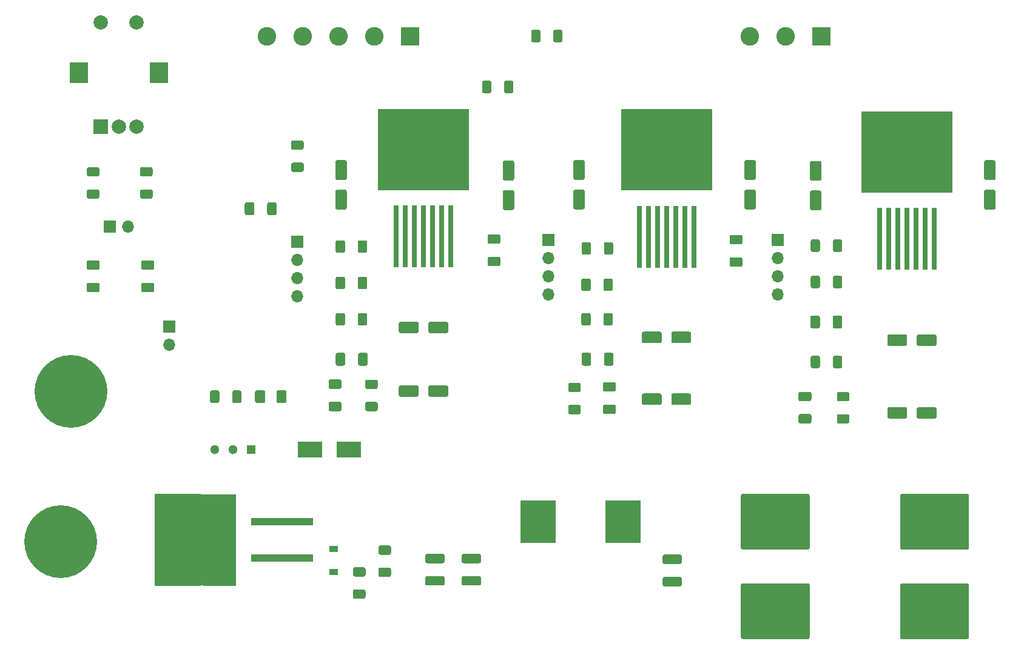
<source format=gts>
%TF.GenerationSoftware,KiCad,Pcbnew,5.1.10*%
%TF.CreationDate,2021-11-08T18:51:25+01:00*%
%TF.ProjectId,PCB_BLDC,5043425f-424c-4444-932e-6b696361645f,V1*%
%TF.SameCoordinates,Original*%
%TF.FileFunction,Soldermask,Top*%
%TF.FilePolarity,Negative*%
%FSLAX46Y46*%
G04 Gerber Fmt 4.6, Leading zero omitted, Abs format (unit mm)*
G04 Created by KiCad (PCBNEW 5.1.10) date 2021-11-08 18:51:25*
%MOMM*%
%LPD*%
G01*
G04 APERTURE LIST*
%ADD10O,1.700000X1.700000*%
%ADD11R,1.700000X1.700000*%
%ADD12R,2.000000X2.000000*%
%ADD13C,2.000000*%
%ADD14R,2.500000X3.000000*%
%ADD15C,10.160000*%
%ADD16C,2.600000*%
%ADD17R,2.600000X2.600000*%
%ADD18R,0.800000X8.600000*%
%ADD19R,12.800000X11.400000*%
%ADD20R,6.550000X6.250000*%
%ADD21R,4.550000X6.250000*%
%ADD22R,11.400000X12.800000*%
%ADD23R,8.600000X1.100000*%
%ADD24R,3.500000X2.300000*%
%ADD25R,1.200000X0.900000*%
%ADD26C,1.300000*%
%ADD27R,1.300000X1.300000*%
%ADD28R,4.900000X6.000000*%
G04 APERTURE END LIST*
%TO.C,R20*%
G36*
G01*
X105320000Y-79365000D02*
X105320000Y-78115000D01*
G75*
G02*
X105570000Y-77865000I250000J0D01*
G01*
X106370000Y-77865000D01*
G75*
G02*
X106620000Y-78115000I0J-250000D01*
G01*
X106620000Y-79365000D01*
G75*
G02*
X106370000Y-79615000I-250000J0D01*
G01*
X105570000Y-79615000D01*
G75*
G02*
X105320000Y-79365000I0J250000D01*
G01*
G37*
G36*
G01*
X102220000Y-79365000D02*
X102220000Y-78115000D01*
G75*
G02*
X102470000Y-77865000I250000J0D01*
G01*
X103270000Y-77865000D01*
G75*
G02*
X103520000Y-78115000I0J-250000D01*
G01*
X103520000Y-79365000D01*
G75*
G02*
X103270000Y-79615000I-250000J0D01*
G01*
X102470000Y-79615000D01*
G75*
G02*
X102220000Y-79365000I0J250000D01*
G01*
G37*
%TD*%
%TO.C,R19*%
G36*
G01*
X95362000Y-86477000D02*
X95362000Y-85227000D01*
G75*
G02*
X95612000Y-84977000I250000J0D01*
G01*
X96412000Y-84977000D01*
G75*
G02*
X96662000Y-85227000I0J-250000D01*
G01*
X96662000Y-86477000D01*
G75*
G02*
X96412000Y-86727000I-250000J0D01*
G01*
X95612000Y-86727000D01*
G75*
G02*
X95362000Y-86477000I0J250000D01*
G01*
G37*
G36*
G01*
X98462000Y-86477000D02*
X98462000Y-85227000D01*
G75*
G02*
X98712000Y-84977000I250000J0D01*
G01*
X99512000Y-84977000D01*
G75*
G02*
X99762000Y-85227000I0J-250000D01*
G01*
X99762000Y-86477000D01*
G75*
G02*
X99512000Y-86727000I-250000J0D01*
G01*
X98712000Y-86727000D01*
G75*
G02*
X98462000Y-86477000I0J250000D01*
G01*
G37*
%TD*%
%TO.C,R18*%
G36*
G01*
X68971000Y-96430000D02*
X70221000Y-96430000D01*
G75*
G02*
X70471000Y-96680000I0J-250000D01*
G01*
X70471000Y-97480000D01*
G75*
G02*
X70221000Y-97730000I-250000J0D01*
G01*
X68971000Y-97730000D01*
G75*
G02*
X68721000Y-97480000I0J250000D01*
G01*
X68721000Y-96680000D01*
G75*
G02*
X68971000Y-96430000I250000J0D01*
G01*
G37*
G36*
G01*
X68971000Y-93330000D02*
X70221000Y-93330000D01*
G75*
G02*
X70471000Y-93580000I0J-250000D01*
G01*
X70471000Y-94380000D01*
G75*
G02*
X70221000Y-94630000I-250000J0D01*
G01*
X68971000Y-94630000D01*
G75*
G02*
X68721000Y-94380000I0J250000D01*
G01*
X68721000Y-93580000D01*
G75*
G02*
X68971000Y-93330000I250000J0D01*
G01*
G37*
%TD*%
%TO.C,C28*%
G36*
G01*
X130159999Y-109650500D02*
X131460001Y-109650500D01*
G75*
G02*
X131710000Y-109900499I0J-249999D01*
G01*
X131710000Y-110725501D01*
G75*
G02*
X131460001Y-110975500I-249999J0D01*
G01*
X130159999Y-110975500D01*
G75*
G02*
X129910000Y-110725501I0J249999D01*
G01*
X129910000Y-109900499D01*
G75*
G02*
X130159999Y-109650500I249999J0D01*
G01*
G37*
G36*
G01*
X130159999Y-106525500D02*
X131460001Y-106525500D01*
G75*
G02*
X131710000Y-106775499I0J-249999D01*
G01*
X131710000Y-107600501D01*
G75*
G02*
X131460001Y-107850500I-249999J0D01*
G01*
X130159999Y-107850500D01*
G75*
G02*
X129910000Y-107600501I0J249999D01*
G01*
X129910000Y-106775499D01*
G75*
G02*
X130159999Y-106525500I249999J0D01*
G01*
G37*
%TD*%
%TO.C,C27*%
G36*
G01*
X96377999Y-109573500D02*
X97678001Y-109573500D01*
G75*
G02*
X97928000Y-109823499I0J-249999D01*
G01*
X97928000Y-110648501D01*
G75*
G02*
X97678001Y-110898500I-249999J0D01*
G01*
X96377999Y-110898500D01*
G75*
G02*
X96128000Y-110648501I0J249999D01*
G01*
X96128000Y-109823499D01*
G75*
G02*
X96377999Y-109573500I249999J0D01*
G01*
G37*
G36*
G01*
X96377999Y-106448500D02*
X97678001Y-106448500D01*
G75*
G02*
X97928000Y-106698499I0J-249999D01*
G01*
X97928000Y-107523501D01*
G75*
G02*
X97678001Y-107773500I-249999J0D01*
G01*
X96377999Y-107773500D01*
G75*
G02*
X96128000Y-107523501I0J249999D01*
G01*
X96128000Y-106698499D01*
G75*
G02*
X96377999Y-106448500I249999J0D01*
G01*
G37*
%TD*%
%TO.C,C26*%
G36*
G01*
X63577500Y-102219999D02*
X63577500Y-103520001D01*
G75*
G02*
X63327501Y-103770000I-249999J0D01*
G01*
X62502499Y-103770000D01*
G75*
G02*
X62252500Y-103520001I0J249999D01*
G01*
X62252500Y-102219999D01*
G75*
G02*
X62502499Y-101970000I249999J0D01*
G01*
X63327501Y-101970000D01*
G75*
G02*
X63577500Y-102219999I0J-249999D01*
G01*
G37*
G36*
G01*
X66702500Y-102219999D02*
X66702500Y-103520001D01*
G75*
G02*
X66452501Y-103770000I-249999J0D01*
G01*
X65627499Y-103770000D01*
G75*
G02*
X65377500Y-103520001I0J249999D01*
G01*
X65377500Y-102219999D01*
G75*
G02*
X65627499Y-101970000I249999J0D01*
G01*
X66452501Y-101970000D01*
G75*
G02*
X66702500Y-102219999I0J-249999D01*
G01*
G37*
%TD*%
D10*
%TO.C,J9*%
X51714400Y-121869200D03*
D11*
X51714400Y-119329200D03*
%TD*%
D10*
%TO.C,J5*%
X69596000Y-115062000D03*
X69596000Y-112522000D03*
X69596000Y-109982000D03*
D11*
X69596000Y-107442000D03*
%TD*%
D10*
%TO.C,J7*%
X136652000Y-114808000D03*
X136652000Y-112268000D03*
X136652000Y-109728000D03*
D11*
X136652000Y-107188000D03*
%TD*%
D10*
%TO.C,J6*%
X104648000Y-114808000D03*
X104648000Y-112268000D03*
X104648000Y-109728000D03*
D11*
X104648000Y-107188000D03*
%TD*%
D10*
%TO.C,J4*%
X45974000Y-105333800D03*
D11*
X43434000Y-105333800D03*
%TD*%
D12*
%TO.C,SW1*%
X42164000Y-91363800D03*
D13*
X44664000Y-91363800D03*
X47164000Y-91363800D03*
D14*
X39064000Y-83863800D03*
X50264000Y-83863800D03*
D13*
X42164000Y-76863800D03*
X47164000Y-76863800D03*
%TD*%
D15*
%TO.C,J8*%
X36576000Y-149352000D03*
%TD*%
D16*
%TO.C,J3*%
X65344000Y-78740000D03*
X70344000Y-78740000D03*
X75344000Y-78740000D03*
X80344000Y-78740000D03*
D17*
X85344000Y-78740000D03*
%TD*%
D16*
%TO.C,J2*%
X132715000Y-78740000D03*
X137715000Y-78740000D03*
D17*
X142715000Y-78740000D03*
%TD*%
D15*
%TO.C,J1*%
X37973000Y-128397000D03*
%TD*%
%TO.C,C4*%
G36*
G01*
X92778399Y-154201300D02*
X94978401Y-154201300D01*
G75*
G02*
X95228400Y-154451299I0J-249999D01*
G01*
X95228400Y-155276301D01*
G75*
G02*
X94978401Y-155526300I-249999J0D01*
G01*
X92778399Y-155526300D01*
G75*
G02*
X92528400Y-155276301I0J249999D01*
G01*
X92528400Y-154451299D01*
G75*
G02*
X92778399Y-154201300I249999J0D01*
G01*
G37*
G36*
G01*
X92778399Y-151076300D02*
X94978401Y-151076300D01*
G75*
G02*
X95228400Y-151326299I0J-249999D01*
G01*
X95228400Y-152151301D01*
G75*
G02*
X94978401Y-152401300I-249999J0D01*
G01*
X92778399Y-152401300D01*
G75*
G02*
X92528400Y-152151301I0J249999D01*
G01*
X92528400Y-151326299D01*
G75*
G02*
X92778399Y-151076300I249999J0D01*
G01*
G37*
%TD*%
%TO.C,C2*%
G36*
G01*
X120819999Y-154316000D02*
X123020001Y-154316000D01*
G75*
G02*
X123270000Y-154565999I0J-249999D01*
G01*
X123270000Y-155391001D01*
G75*
G02*
X123020001Y-155641000I-249999J0D01*
G01*
X120819999Y-155641000D01*
G75*
G02*
X120570000Y-155391001I0J249999D01*
G01*
X120570000Y-154565999D01*
G75*
G02*
X120819999Y-154316000I249999J0D01*
G01*
G37*
G36*
G01*
X120819999Y-151191000D02*
X123020001Y-151191000D01*
G75*
G02*
X123270000Y-151440999I0J-249999D01*
G01*
X123270000Y-152266001D01*
G75*
G02*
X123020001Y-152516000I-249999J0D01*
G01*
X120819999Y-152516000D01*
G75*
G02*
X120570000Y-152266001I0J249999D01*
G01*
X120570000Y-151440999D01*
G75*
G02*
X120819999Y-151191000I249999J0D01*
G01*
G37*
%TD*%
%TO.C,C1*%
G36*
G01*
X87698399Y-154201300D02*
X89898401Y-154201300D01*
G75*
G02*
X90148400Y-154451299I0J-249999D01*
G01*
X90148400Y-155276301D01*
G75*
G02*
X89898401Y-155526300I-249999J0D01*
G01*
X87698399Y-155526300D01*
G75*
G02*
X87448400Y-155276301I0J249999D01*
G01*
X87448400Y-154451299D01*
G75*
G02*
X87698399Y-154201300I249999J0D01*
G01*
G37*
G36*
G01*
X87698399Y-151076300D02*
X89898401Y-151076300D01*
G75*
G02*
X90148400Y-151326299I0J-249999D01*
G01*
X90148400Y-152151301D01*
G75*
G02*
X89898401Y-152401300I-249999J0D01*
G01*
X87698399Y-152401300D01*
G75*
G02*
X87448400Y-152151301I0J249999D01*
G01*
X87448400Y-151326299D01*
G75*
G02*
X87698399Y-151076300I249999J0D01*
G01*
G37*
%TD*%
D18*
%TO.C,U4*%
X150825200Y-107099200D03*
X152095200Y-107099200D03*
X153365200Y-107099200D03*
X154635200Y-107099200D03*
X155905200Y-107099200D03*
X157175200Y-107099200D03*
X158445200Y-107099200D03*
D19*
X154635200Y-94949200D03*
%TD*%
%TO.C,C21*%
G36*
G01*
X120432200Y-120303200D02*
X120432200Y-121403200D01*
G75*
G02*
X120182200Y-121653200I-250000J0D01*
G01*
X117907200Y-121653200D01*
G75*
G02*
X117657200Y-121403200I0J250000D01*
G01*
X117657200Y-120303200D01*
G75*
G02*
X117907200Y-120053200I250000J0D01*
G01*
X120182200Y-120053200D01*
G75*
G02*
X120432200Y-120303200I0J-250000D01*
G01*
G37*
G36*
G01*
X124557200Y-120303200D02*
X124557200Y-121403200D01*
G75*
G02*
X124307200Y-121653200I-250000J0D01*
G01*
X122032200Y-121653200D01*
G75*
G02*
X121782200Y-121403200I0J250000D01*
G01*
X121782200Y-120303200D01*
G75*
G02*
X122032200Y-120053200I250000J0D01*
G01*
X124307200Y-120053200D01*
G75*
G02*
X124557200Y-120303200I0J-250000D01*
G01*
G37*
%TD*%
%TO.C,C16*%
G36*
G01*
X133341200Y-98842200D02*
X132241200Y-98842200D01*
G75*
G02*
X131991200Y-98592200I0J250000D01*
G01*
X131991200Y-96317200D01*
G75*
G02*
X132241200Y-96067200I250000J0D01*
G01*
X133341200Y-96067200D01*
G75*
G02*
X133591200Y-96317200I0J-250000D01*
G01*
X133591200Y-98592200D01*
G75*
G02*
X133341200Y-98842200I-250000J0D01*
G01*
G37*
G36*
G01*
X133341200Y-102967200D02*
X132241200Y-102967200D01*
G75*
G02*
X131991200Y-102717200I0J250000D01*
G01*
X131991200Y-100442200D01*
G75*
G02*
X132241200Y-100192200I250000J0D01*
G01*
X133341200Y-100192200D01*
G75*
G02*
X133591200Y-100442200I0J-250000D01*
G01*
X133591200Y-102717200D01*
G75*
G02*
X133341200Y-102967200I-250000J0D01*
G01*
G37*
%TD*%
%TO.C,C17*%
G36*
G01*
X109465200Y-98842200D02*
X108365200Y-98842200D01*
G75*
G02*
X108115200Y-98592200I0J250000D01*
G01*
X108115200Y-96317200D01*
G75*
G02*
X108365200Y-96067200I250000J0D01*
G01*
X109465200Y-96067200D01*
G75*
G02*
X109715200Y-96317200I0J-250000D01*
G01*
X109715200Y-98592200D01*
G75*
G02*
X109465200Y-98842200I-250000J0D01*
G01*
G37*
G36*
G01*
X109465200Y-102967200D02*
X108365200Y-102967200D01*
G75*
G02*
X108115200Y-102717200I0J250000D01*
G01*
X108115200Y-100442200D01*
G75*
G02*
X108365200Y-100192200I250000J0D01*
G01*
X109465200Y-100192200D01*
G75*
G02*
X109715200Y-100442200I0J-250000D01*
G01*
X109715200Y-102717200D01*
G75*
G02*
X109465200Y-102967200I-250000J0D01*
G01*
G37*
%TD*%
D18*
%TO.C,U2*%
X83388200Y-106730200D03*
X84658200Y-106730200D03*
X85928200Y-106730200D03*
X87198200Y-106730200D03*
X88468200Y-106730200D03*
X89738200Y-106730200D03*
X91008200Y-106730200D03*
D19*
X87198200Y-94580200D03*
%TD*%
D18*
%TO.C,U3*%
X117297200Y-106784200D03*
X118567200Y-106784200D03*
X119837200Y-106784200D03*
X121107200Y-106784200D03*
X122377200Y-106784200D03*
X123647200Y-106784200D03*
X124917200Y-106784200D03*
D19*
X121107200Y-94634200D03*
%TD*%
D20*
%TO.C,Q1*%
X52915400Y-152423800D03*
D21*
X58765400Y-152423800D03*
D20*
X52915400Y-145873800D03*
D22*
X55340400Y-149148800D03*
D23*
X67490400Y-146608800D03*
X67490400Y-151688800D03*
%TD*%
%TO.C,R17*%
G36*
G01*
X47888999Y-100163800D02*
X49139001Y-100163800D01*
G75*
G02*
X49389000Y-100413799I0J-249999D01*
G01*
X49389000Y-101213801D01*
G75*
G02*
X49139001Y-101463800I-249999J0D01*
G01*
X47888999Y-101463800D01*
G75*
G02*
X47639000Y-101213801I0J249999D01*
G01*
X47639000Y-100413799D01*
G75*
G02*
X47888999Y-100163800I249999J0D01*
G01*
G37*
G36*
G01*
X47888999Y-97063800D02*
X49139001Y-97063800D01*
G75*
G02*
X49389000Y-97313799I0J-249999D01*
G01*
X49389000Y-98113801D01*
G75*
G02*
X49139001Y-98363800I-249999J0D01*
G01*
X47888999Y-98363800D01*
G75*
G02*
X47639000Y-98113801I0J249999D01*
G01*
X47639000Y-97313799D01*
G75*
G02*
X47888999Y-97063800I249999J0D01*
G01*
G37*
%TD*%
%TO.C,R16*%
G36*
G01*
X40459499Y-100163800D02*
X41709501Y-100163800D01*
G75*
G02*
X41959500Y-100413799I0J-249999D01*
G01*
X41959500Y-101213801D01*
G75*
G02*
X41709501Y-101463800I-249999J0D01*
G01*
X40459499Y-101463800D01*
G75*
G02*
X40209500Y-101213801I0J249999D01*
G01*
X40209500Y-100413799D01*
G75*
G02*
X40459499Y-100163800I249999J0D01*
G01*
G37*
G36*
G01*
X40459499Y-97063800D02*
X41709501Y-97063800D01*
G75*
G02*
X41959500Y-97313799I0J-249999D01*
G01*
X41959500Y-98113801D01*
G75*
G02*
X41709501Y-98363800I-249999J0D01*
G01*
X40459499Y-98363800D01*
G75*
G02*
X40209500Y-98113801I0J249999D01*
G01*
X40209500Y-97313799D01*
G75*
G02*
X40459499Y-97063800I249999J0D01*
G01*
G37*
%TD*%
%TO.C,D3*%
G36*
G01*
X68089200Y-128508600D02*
X68089200Y-129758600D01*
G75*
G02*
X67839200Y-130008600I-250000J0D01*
G01*
X66914200Y-130008600D01*
G75*
G02*
X66664200Y-129758600I0J250000D01*
G01*
X66664200Y-128508600D01*
G75*
G02*
X66914200Y-128258600I250000J0D01*
G01*
X67839200Y-128258600D01*
G75*
G02*
X68089200Y-128508600I0J-250000D01*
G01*
G37*
G36*
G01*
X65114200Y-128508600D02*
X65114200Y-129758600D01*
G75*
G02*
X64864200Y-130008600I-250000J0D01*
G01*
X63939200Y-130008600D01*
G75*
G02*
X63689200Y-129758600I0J250000D01*
G01*
X63689200Y-128508600D01*
G75*
G02*
X63939200Y-128258600I250000J0D01*
G01*
X64864200Y-128258600D01*
G75*
G02*
X65114200Y-128508600I0J-250000D01*
G01*
G37*
%TD*%
D24*
%TO.C,D2*%
X71341000Y-136525000D03*
X76741000Y-136525000D03*
%TD*%
D25*
%TO.C,D1*%
X74676000Y-153668000D03*
X74676000Y-150368000D03*
%TD*%
%TO.C,C25*%
G36*
G01*
X154691700Y-130844200D02*
X154691700Y-131944200D01*
G75*
G02*
X154441700Y-132194200I-250000J0D01*
G01*
X152166700Y-132194200D01*
G75*
G02*
X151916700Y-131944200I0J250000D01*
G01*
X151916700Y-130844200D01*
G75*
G02*
X152166700Y-130594200I250000J0D01*
G01*
X154441700Y-130594200D01*
G75*
G02*
X154691700Y-130844200I0J-250000D01*
G01*
G37*
G36*
G01*
X158816700Y-130844200D02*
X158816700Y-131944200D01*
G75*
G02*
X158566700Y-132194200I-250000J0D01*
G01*
X156291700Y-132194200D01*
G75*
G02*
X156041700Y-131944200I0J250000D01*
G01*
X156041700Y-130844200D01*
G75*
G02*
X156291700Y-130594200I250000J0D01*
G01*
X158566700Y-130594200D01*
G75*
G02*
X158816700Y-130844200I0J-250000D01*
G01*
G37*
%TD*%
%TO.C,C24*%
G36*
G01*
X120432200Y-128939200D02*
X120432200Y-130039200D01*
G75*
G02*
X120182200Y-130289200I-250000J0D01*
G01*
X117907200Y-130289200D01*
G75*
G02*
X117657200Y-130039200I0J250000D01*
G01*
X117657200Y-128939200D01*
G75*
G02*
X117907200Y-128689200I250000J0D01*
G01*
X120182200Y-128689200D01*
G75*
G02*
X120432200Y-128939200I0J-250000D01*
G01*
G37*
G36*
G01*
X124557200Y-128939200D02*
X124557200Y-130039200D01*
G75*
G02*
X124307200Y-130289200I-250000J0D01*
G01*
X122032200Y-130289200D01*
G75*
G02*
X121782200Y-130039200I0J250000D01*
G01*
X121782200Y-128939200D01*
G75*
G02*
X122032200Y-128689200I250000J0D01*
G01*
X124307200Y-128689200D01*
G75*
G02*
X124557200Y-128939200I0J-250000D01*
G01*
G37*
%TD*%
%TO.C,C23*%
G36*
G01*
X86523200Y-127796200D02*
X86523200Y-128896200D01*
G75*
G02*
X86273200Y-129146200I-250000J0D01*
G01*
X83998200Y-129146200D01*
G75*
G02*
X83748200Y-128896200I0J250000D01*
G01*
X83748200Y-127796200D01*
G75*
G02*
X83998200Y-127546200I250000J0D01*
G01*
X86273200Y-127546200D01*
G75*
G02*
X86523200Y-127796200I0J-250000D01*
G01*
G37*
G36*
G01*
X90648200Y-127796200D02*
X90648200Y-128896200D01*
G75*
G02*
X90398200Y-129146200I-250000J0D01*
G01*
X88123200Y-129146200D01*
G75*
G02*
X87873200Y-128896200I0J250000D01*
G01*
X87873200Y-127796200D01*
G75*
G02*
X88123200Y-127546200I250000J0D01*
G01*
X90398200Y-127546200D01*
G75*
G02*
X90648200Y-127796200I0J-250000D01*
G01*
G37*
%TD*%
%TO.C,C22*%
G36*
G01*
X154691700Y-120684200D02*
X154691700Y-121784200D01*
G75*
G02*
X154441700Y-122034200I-250000J0D01*
G01*
X152166700Y-122034200D01*
G75*
G02*
X151916700Y-121784200I0J250000D01*
G01*
X151916700Y-120684200D01*
G75*
G02*
X152166700Y-120434200I250000J0D01*
G01*
X154441700Y-120434200D01*
G75*
G02*
X154691700Y-120684200I0J-250000D01*
G01*
G37*
G36*
G01*
X158816700Y-120684200D02*
X158816700Y-121784200D01*
G75*
G02*
X158566700Y-122034200I-250000J0D01*
G01*
X156291700Y-122034200D01*
G75*
G02*
X156041700Y-121784200I0J250000D01*
G01*
X156041700Y-120684200D01*
G75*
G02*
X156291700Y-120434200I250000J0D01*
G01*
X158566700Y-120434200D01*
G75*
G02*
X158816700Y-120684200I0J-250000D01*
G01*
G37*
%TD*%
%TO.C,C20*%
G36*
G01*
X86523200Y-118906200D02*
X86523200Y-120006200D01*
G75*
G02*
X86273200Y-120256200I-250000J0D01*
G01*
X83998200Y-120256200D01*
G75*
G02*
X83748200Y-120006200I0J250000D01*
G01*
X83748200Y-118906200D01*
G75*
G02*
X83998200Y-118656200I250000J0D01*
G01*
X86273200Y-118656200D01*
G75*
G02*
X86523200Y-118906200I0J-250000D01*
G01*
G37*
G36*
G01*
X90648200Y-118906200D02*
X90648200Y-120006200D01*
G75*
G02*
X90398200Y-120256200I-250000J0D01*
G01*
X88123200Y-120256200D01*
G75*
G02*
X87873200Y-120006200I0J250000D01*
G01*
X87873200Y-118906200D01*
G75*
G02*
X88123200Y-118656200I250000J0D01*
G01*
X90398200Y-118656200D01*
G75*
G02*
X90648200Y-118906200I0J-250000D01*
G01*
G37*
%TD*%
%TO.C,C19*%
G36*
G01*
X142485200Y-98969200D02*
X141385200Y-98969200D01*
G75*
G02*
X141135200Y-98719200I0J250000D01*
G01*
X141135200Y-96444200D01*
G75*
G02*
X141385200Y-96194200I250000J0D01*
G01*
X142485200Y-96194200D01*
G75*
G02*
X142735200Y-96444200I0J-250000D01*
G01*
X142735200Y-98719200D01*
G75*
G02*
X142485200Y-98969200I-250000J0D01*
G01*
G37*
G36*
G01*
X142485200Y-103094200D02*
X141385200Y-103094200D01*
G75*
G02*
X141135200Y-102844200I0J250000D01*
G01*
X141135200Y-100569200D01*
G75*
G02*
X141385200Y-100319200I250000J0D01*
G01*
X142485200Y-100319200D01*
G75*
G02*
X142735200Y-100569200I0J-250000D01*
G01*
X142735200Y-102844200D01*
G75*
G02*
X142485200Y-103094200I-250000J0D01*
G01*
G37*
%TD*%
%TO.C,C18*%
G36*
G01*
X166793000Y-98862500D02*
X165693000Y-98862500D01*
G75*
G02*
X165443000Y-98612500I0J250000D01*
G01*
X165443000Y-96337500D01*
G75*
G02*
X165693000Y-96087500I250000J0D01*
G01*
X166793000Y-96087500D01*
G75*
G02*
X167043000Y-96337500I0J-250000D01*
G01*
X167043000Y-98612500D01*
G75*
G02*
X166793000Y-98862500I-250000J0D01*
G01*
G37*
G36*
G01*
X166793000Y-102987500D02*
X165693000Y-102987500D01*
G75*
G02*
X165443000Y-102737500I0J250000D01*
G01*
X165443000Y-100462500D01*
G75*
G02*
X165693000Y-100212500I250000J0D01*
G01*
X166793000Y-100212500D01*
G75*
G02*
X167043000Y-100462500I0J-250000D01*
G01*
X167043000Y-102737500D01*
G75*
G02*
X166793000Y-102987500I-250000J0D01*
G01*
G37*
%TD*%
%TO.C,C15*%
G36*
G01*
X76242000Y-98862500D02*
X75142000Y-98862500D01*
G75*
G02*
X74892000Y-98612500I0J250000D01*
G01*
X74892000Y-96337500D01*
G75*
G02*
X75142000Y-96087500I250000J0D01*
G01*
X76242000Y-96087500D01*
G75*
G02*
X76492000Y-96337500I0J-250000D01*
G01*
X76492000Y-98612500D01*
G75*
G02*
X76242000Y-98862500I-250000J0D01*
G01*
G37*
G36*
G01*
X76242000Y-102987500D02*
X75142000Y-102987500D01*
G75*
G02*
X74892000Y-102737500I0J250000D01*
G01*
X74892000Y-100462500D01*
G75*
G02*
X75142000Y-100212500I250000J0D01*
G01*
X76242000Y-100212500D01*
G75*
G02*
X76492000Y-100462500I0J-250000D01*
G01*
X76492000Y-102737500D01*
G75*
G02*
X76242000Y-102987500I-250000J0D01*
G01*
G37*
%TD*%
%TO.C,C14*%
G36*
G01*
X99610000Y-98923500D02*
X98510000Y-98923500D01*
G75*
G02*
X98260000Y-98673500I0J250000D01*
G01*
X98260000Y-96398500D01*
G75*
G02*
X98510000Y-96148500I250000J0D01*
G01*
X99610000Y-96148500D01*
G75*
G02*
X99860000Y-96398500I0J-250000D01*
G01*
X99860000Y-98673500D01*
G75*
G02*
X99610000Y-98923500I-250000J0D01*
G01*
G37*
G36*
G01*
X99610000Y-103048500D02*
X98510000Y-103048500D01*
G75*
G02*
X98260000Y-102798500I0J250000D01*
G01*
X98260000Y-100523500D01*
G75*
G02*
X98510000Y-100273500I250000J0D01*
G01*
X99610000Y-100273500D01*
G75*
G02*
X99860000Y-100523500I0J-250000D01*
G01*
X99860000Y-102798500D01*
G75*
G02*
X99610000Y-103048500I-250000J0D01*
G01*
G37*
%TD*%
%TO.C,C13*%
G36*
G01*
X142520700Y-118044197D02*
X142520700Y-119344203D01*
G75*
G02*
X142270703Y-119594200I-249997J0D01*
G01*
X141445697Y-119594200D01*
G75*
G02*
X141195700Y-119344203I0J249997D01*
G01*
X141195700Y-118044197D01*
G75*
G02*
X141445697Y-117794200I249997J0D01*
G01*
X142270703Y-117794200D01*
G75*
G02*
X142520700Y-118044197I0J-249997D01*
G01*
G37*
G36*
G01*
X145645700Y-118044197D02*
X145645700Y-119344203D01*
G75*
G02*
X145395703Y-119594200I-249997J0D01*
G01*
X144570697Y-119594200D01*
G75*
G02*
X144320700Y-119344203I0J249997D01*
G01*
X144320700Y-118044197D01*
G75*
G02*
X144570697Y-117794200I249997J0D01*
G01*
X145395703Y-117794200D01*
G75*
G02*
X145645700Y-118044197I0J-249997D01*
G01*
G37*
%TD*%
%TO.C,C12*%
G36*
G01*
X110593700Y-123251197D02*
X110593700Y-124551203D01*
G75*
G02*
X110343703Y-124801200I-249997J0D01*
G01*
X109518697Y-124801200D01*
G75*
G02*
X109268700Y-124551203I0J249997D01*
G01*
X109268700Y-123251197D01*
G75*
G02*
X109518697Y-123001200I249997J0D01*
G01*
X110343703Y-123001200D01*
G75*
G02*
X110593700Y-123251197I0J-249997D01*
G01*
G37*
G36*
G01*
X113718700Y-123251197D02*
X113718700Y-124551203D01*
G75*
G02*
X113468703Y-124801200I-249997J0D01*
G01*
X112643697Y-124801200D01*
G75*
G02*
X112393700Y-124551203I0J249997D01*
G01*
X112393700Y-123251197D01*
G75*
G02*
X112643697Y-123001200I249997J0D01*
G01*
X113468703Y-123001200D01*
G75*
G02*
X113718700Y-123251197I0J-249997D01*
G01*
G37*
%TD*%
%TO.C,C11*%
G36*
G01*
X76265200Y-123251197D02*
X76265200Y-124551203D01*
G75*
G02*
X76015203Y-124801200I-249997J0D01*
G01*
X75190197Y-124801200D01*
G75*
G02*
X74940200Y-124551203I0J249997D01*
G01*
X74940200Y-123251197D01*
G75*
G02*
X75190197Y-123001200I249997J0D01*
G01*
X76015203Y-123001200D01*
G75*
G02*
X76265200Y-123251197I0J-249997D01*
G01*
G37*
G36*
G01*
X79390200Y-123251197D02*
X79390200Y-124551203D01*
G75*
G02*
X79140203Y-124801200I-249997J0D01*
G01*
X78315197Y-124801200D01*
G75*
G02*
X78065200Y-124551203I0J249997D01*
G01*
X78065200Y-123251197D01*
G75*
G02*
X78315197Y-123001200I249997J0D01*
G01*
X79140203Y-123001200D01*
G75*
G02*
X79390200Y-123251197I0J-249997D01*
G01*
G37*
%TD*%
%TO.C,C10*%
G36*
G01*
X141086603Y-129769900D02*
X139786597Y-129769900D01*
G75*
G02*
X139536600Y-129519903I0J249997D01*
G01*
X139536600Y-128694897D01*
G75*
G02*
X139786597Y-128444900I249997J0D01*
G01*
X141086603Y-128444900D01*
G75*
G02*
X141336600Y-128694897I0J-249997D01*
G01*
X141336600Y-129519903D01*
G75*
G02*
X141086603Y-129769900I-249997J0D01*
G01*
G37*
G36*
G01*
X141086603Y-132894900D02*
X139786597Y-132894900D01*
G75*
G02*
X139536600Y-132644903I0J249997D01*
G01*
X139536600Y-131819897D01*
G75*
G02*
X139786597Y-131569900I249997J0D01*
G01*
X141086603Y-131569900D01*
G75*
G02*
X141336600Y-131819897I0J-249997D01*
G01*
X141336600Y-132644903D01*
G75*
G02*
X141086603Y-132894900I-249997J0D01*
G01*
G37*
%TD*%
%TO.C,C9*%
G36*
G01*
X113794303Y-128437200D02*
X112494297Y-128437200D01*
G75*
G02*
X112244300Y-128187203I0J249997D01*
G01*
X112244300Y-127362197D01*
G75*
G02*
X112494297Y-127112200I249997J0D01*
G01*
X113794303Y-127112200D01*
G75*
G02*
X114044300Y-127362197I0J-249997D01*
G01*
X114044300Y-128187203D01*
G75*
G02*
X113794303Y-128437200I-249997J0D01*
G01*
G37*
G36*
G01*
X113794303Y-131562200D02*
X112494297Y-131562200D01*
G75*
G02*
X112244300Y-131312203I0J249997D01*
G01*
X112244300Y-130487197D01*
G75*
G02*
X112494297Y-130237200I249997J0D01*
G01*
X113794303Y-130237200D01*
G75*
G02*
X114044300Y-130487197I0J-249997D01*
G01*
X114044300Y-131312203D01*
G75*
G02*
X113794303Y-131562200I-249997J0D01*
G01*
G37*
%TD*%
%TO.C,C8*%
G36*
G01*
X75503803Y-128042700D02*
X74203797Y-128042700D01*
G75*
G02*
X73953800Y-127792703I0J249997D01*
G01*
X73953800Y-126967697D01*
G75*
G02*
X74203797Y-126717700I249997J0D01*
G01*
X75503803Y-126717700D01*
G75*
G02*
X75753800Y-126967697I0J-249997D01*
G01*
X75753800Y-127792703D01*
G75*
G02*
X75503803Y-128042700I-249997J0D01*
G01*
G37*
G36*
G01*
X75503803Y-131167700D02*
X74203797Y-131167700D01*
G75*
G02*
X73953800Y-130917703I0J249997D01*
G01*
X73953800Y-130092697D01*
G75*
G02*
X74203797Y-129842700I249997J0D01*
G01*
X75503803Y-129842700D01*
G75*
G02*
X75753800Y-130092697I0J-249997D01*
G01*
X75753800Y-130917703D01*
G75*
G02*
X75503803Y-131167700I-249997J0D01*
G01*
G37*
%TD*%
%TO.C,C7*%
G36*
G01*
X40434497Y-113218400D02*
X41734503Y-113218400D01*
G75*
G02*
X41984500Y-113468397I0J-249997D01*
G01*
X41984500Y-114293403D01*
G75*
G02*
X41734503Y-114543400I-249997J0D01*
G01*
X40434497Y-114543400D01*
G75*
G02*
X40184500Y-114293403I0J249997D01*
G01*
X40184500Y-113468397D01*
G75*
G02*
X40434497Y-113218400I249997J0D01*
G01*
G37*
G36*
G01*
X40434497Y-110093400D02*
X41734503Y-110093400D01*
G75*
G02*
X41984500Y-110343397I0J-249997D01*
G01*
X41984500Y-111168403D01*
G75*
G02*
X41734503Y-111418400I-249997J0D01*
G01*
X40434497Y-111418400D01*
G75*
G02*
X40184500Y-111168403I0J249997D01*
G01*
X40184500Y-110343397D01*
G75*
G02*
X40434497Y-110093400I249997J0D01*
G01*
G37*
%TD*%
%TO.C,C6*%
G36*
G01*
X48054497Y-113218400D02*
X49354503Y-113218400D01*
G75*
G02*
X49604500Y-113468397I0J-249997D01*
G01*
X49604500Y-114293403D01*
G75*
G02*
X49354503Y-114543400I-249997J0D01*
G01*
X48054497Y-114543400D01*
G75*
G02*
X47804500Y-114293403I0J249997D01*
G01*
X47804500Y-113468397D01*
G75*
G02*
X48054497Y-113218400I249997J0D01*
G01*
G37*
G36*
G01*
X48054497Y-110093400D02*
X49354503Y-110093400D01*
G75*
G02*
X49604500Y-110343397I0J-249997D01*
G01*
X49604500Y-111168403D01*
G75*
G02*
X49354503Y-111418400I-249997J0D01*
G01*
X48054497Y-111418400D01*
G75*
G02*
X47804500Y-111168403I0J249997D01*
G01*
X47804500Y-110343397D01*
G75*
G02*
X48054497Y-110093400I249997J0D01*
G01*
G37*
%TD*%
%TO.C,C5*%
G36*
G01*
X153971397Y-155208800D02*
X163071403Y-155208800D01*
G75*
G02*
X163321400Y-155458797I0J-249997D01*
G01*
X163321400Y-162758803D01*
G75*
G02*
X163071403Y-163008800I-249997J0D01*
G01*
X153971397Y-163008800D01*
G75*
G02*
X153721400Y-162758803I0J249997D01*
G01*
X153721400Y-155458797D01*
G75*
G02*
X153971397Y-155208800I249997J0D01*
G01*
G37*
G36*
G01*
X153971397Y-142708800D02*
X163071403Y-142708800D01*
G75*
G02*
X163321400Y-142958797I0J-249997D01*
G01*
X163321400Y-150258803D01*
G75*
G02*
X163071403Y-150508800I-249997J0D01*
G01*
X153971397Y-150508800D01*
G75*
G02*
X153721400Y-150258803I0J249997D01*
G01*
X153721400Y-142958797D01*
G75*
G02*
X153971397Y-142708800I249997J0D01*
G01*
G37*
%TD*%
%TO.C,C3*%
G36*
G01*
X131746397Y-155208800D02*
X140846403Y-155208800D01*
G75*
G02*
X141096400Y-155458797I0J-249997D01*
G01*
X141096400Y-162758803D01*
G75*
G02*
X140846403Y-163008800I-249997J0D01*
G01*
X131746397Y-163008800D01*
G75*
G02*
X131496400Y-162758803I0J249997D01*
G01*
X131496400Y-155458797D01*
G75*
G02*
X131746397Y-155208800I249997J0D01*
G01*
G37*
G36*
G01*
X131746397Y-142708800D02*
X140846403Y-142708800D01*
G75*
G02*
X141096400Y-142958797I0J-249997D01*
G01*
X141096400Y-150258803D01*
G75*
G02*
X140846403Y-150508800I-249997J0D01*
G01*
X131746397Y-150508800D01*
G75*
G02*
X131496400Y-150258803I0J249997D01*
G01*
X131496400Y-142958797D01*
G75*
G02*
X131746397Y-142708800I249997J0D01*
G01*
G37*
%TD*%
%TO.C,R1*%
G36*
G01*
X77606999Y-152968000D02*
X78857001Y-152968000D01*
G75*
G02*
X79107000Y-153217999I0J-249999D01*
G01*
X79107000Y-154018001D01*
G75*
G02*
X78857001Y-154268000I-249999J0D01*
G01*
X77606999Y-154268000D01*
G75*
G02*
X77357000Y-154018001I0J249999D01*
G01*
X77357000Y-153217999D01*
G75*
G02*
X77606999Y-152968000I249999J0D01*
G01*
G37*
G36*
G01*
X77606999Y-156068000D02*
X78857001Y-156068000D01*
G75*
G02*
X79107000Y-156317999I0J-249999D01*
G01*
X79107000Y-157118001D01*
G75*
G02*
X78857001Y-157368000I-249999J0D01*
G01*
X77606999Y-157368000D01*
G75*
G02*
X77357000Y-157118001I0J249999D01*
G01*
X77357000Y-156317999D01*
G75*
G02*
X77606999Y-156068000I249999J0D01*
G01*
G37*
%TD*%
%TO.C,R2*%
G36*
G01*
X81162999Y-153020000D02*
X82413001Y-153020000D01*
G75*
G02*
X82663000Y-153269999I0J-249999D01*
G01*
X82663000Y-154070001D01*
G75*
G02*
X82413001Y-154320000I-249999J0D01*
G01*
X81162999Y-154320000D01*
G75*
G02*
X80913000Y-154070001I0J249999D01*
G01*
X80913000Y-153269999D01*
G75*
G02*
X81162999Y-153020000I249999J0D01*
G01*
G37*
G36*
G01*
X81162999Y-149920000D02*
X82413001Y-149920000D01*
G75*
G02*
X82663000Y-150169999I0J-249999D01*
G01*
X82663000Y-150970001D01*
G75*
G02*
X82413001Y-151220000I-249999J0D01*
G01*
X81162999Y-151220000D01*
G75*
G02*
X80913000Y-150970001I0J249999D01*
G01*
X80913000Y-150169999D01*
G75*
G02*
X81162999Y-149920000I249999J0D01*
G01*
G37*
%TD*%
%TO.C,R3*%
G36*
G01*
X57401700Y-129758601D02*
X57401700Y-128508599D01*
G75*
G02*
X57651699Y-128258600I249999J0D01*
G01*
X58451701Y-128258600D01*
G75*
G02*
X58701700Y-128508599I0J-249999D01*
G01*
X58701700Y-129758601D01*
G75*
G02*
X58451701Y-130008600I-249999J0D01*
G01*
X57651699Y-130008600D01*
G75*
G02*
X57401700Y-129758601I0J249999D01*
G01*
G37*
G36*
G01*
X60501700Y-129758601D02*
X60501700Y-128508599D01*
G75*
G02*
X60751699Y-128258600I249999J0D01*
G01*
X61551701Y-128258600D01*
G75*
G02*
X61801700Y-128508599I0J-249999D01*
G01*
X61801700Y-129758601D01*
G75*
G02*
X61551701Y-130008600I-249999J0D01*
G01*
X60751699Y-130008600D01*
G75*
G02*
X60501700Y-129758601I0J249999D01*
G01*
G37*
%TD*%
%TO.C,R4*%
G36*
G01*
X79308799Y-129855200D02*
X80558801Y-129855200D01*
G75*
G02*
X80808800Y-130105199I0J-249999D01*
G01*
X80808800Y-130905201D01*
G75*
G02*
X80558801Y-131155200I-249999J0D01*
G01*
X79308799Y-131155200D01*
G75*
G02*
X79058800Y-130905201I0J249999D01*
G01*
X79058800Y-130105199D01*
G75*
G02*
X79308799Y-129855200I249999J0D01*
G01*
G37*
G36*
G01*
X79308799Y-126755200D02*
X80558801Y-126755200D01*
G75*
G02*
X80808800Y-127005199I0J-249999D01*
G01*
X80808800Y-127805201D01*
G75*
G02*
X80558801Y-128055200I-249999J0D01*
G01*
X79308799Y-128055200D01*
G75*
G02*
X79058800Y-127805201I0J249999D01*
G01*
X79058800Y-127005199D01*
G75*
G02*
X79308799Y-126755200I249999J0D01*
G01*
G37*
%TD*%
%TO.C,R5*%
G36*
G01*
X107642499Y-127187000D02*
X108892501Y-127187000D01*
G75*
G02*
X109142500Y-127436999I0J-249999D01*
G01*
X109142500Y-128237001D01*
G75*
G02*
X108892501Y-128487000I-249999J0D01*
G01*
X107642499Y-128487000D01*
G75*
G02*
X107392500Y-128237001I0J249999D01*
G01*
X107392500Y-127436999D01*
G75*
G02*
X107642499Y-127187000I249999J0D01*
G01*
G37*
G36*
G01*
X107642499Y-130287000D02*
X108892501Y-130287000D01*
G75*
G02*
X109142500Y-130536999I0J-249999D01*
G01*
X109142500Y-131337001D01*
G75*
G02*
X108892501Y-131587000I-249999J0D01*
G01*
X107642499Y-131587000D01*
G75*
G02*
X107392500Y-131337001I0J249999D01*
G01*
X107392500Y-130536999D01*
G75*
G02*
X107642499Y-130287000I249999J0D01*
G01*
G37*
%TD*%
%TO.C,R6*%
G36*
G01*
X145145599Y-128482400D02*
X146395601Y-128482400D01*
G75*
G02*
X146645600Y-128732399I0J-249999D01*
G01*
X146645600Y-129532401D01*
G75*
G02*
X146395601Y-129782400I-249999J0D01*
G01*
X145145599Y-129782400D01*
G75*
G02*
X144895600Y-129532401I0J249999D01*
G01*
X144895600Y-128732399D01*
G75*
G02*
X145145599Y-128482400I249999J0D01*
G01*
G37*
G36*
G01*
X145145599Y-131582400D02*
X146395601Y-131582400D01*
G75*
G02*
X146645600Y-131832399I0J-249999D01*
G01*
X146645600Y-132632401D01*
G75*
G02*
X146395601Y-132882400I-249999J0D01*
G01*
X145145599Y-132882400D01*
G75*
G02*
X144895600Y-132632401I0J249999D01*
G01*
X144895600Y-131832399D01*
G75*
G02*
X145145599Y-131582400I249999J0D01*
G01*
G37*
%TD*%
%TO.C,R7*%
G36*
G01*
X74939200Y-118938201D02*
X74939200Y-117688199D01*
G75*
G02*
X75189199Y-117438200I249999J0D01*
G01*
X75989201Y-117438200D01*
G75*
G02*
X76239200Y-117688199I0J-249999D01*
G01*
X76239200Y-118938201D01*
G75*
G02*
X75989201Y-119188200I-249999J0D01*
G01*
X75189199Y-119188200D01*
G75*
G02*
X74939200Y-118938201I0J249999D01*
G01*
G37*
G36*
G01*
X78039200Y-118938201D02*
X78039200Y-117688199D01*
G75*
G02*
X78289199Y-117438200I249999J0D01*
G01*
X79089201Y-117438200D01*
G75*
G02*
X79339200Y-117688199I0J-249999D01*
G01*
X79339200Y-118938201D01*
G75*
G02*
X79089201Y-119188200I-249999J0D01*
G01*
X78289199Y-119188200D01*
G75*
G02*
X78039200Y-118938201I0J249999D01*
G01*
G37*
%TD*%
%TO.C,R8*%
G36*
G01*
X76239200Y-112608199D02*
X76239200Y-113858201D01*
G75*
G02*
X75989201Y-114108200I-249999J0D01*
G01*
X75189199Y-114108200D01*
G75*
G02*
X74939200Y-113858201I0J249999D01*
G01*
X74939200Y-112608199D01*
G75*
G02*
X75189199Y-112358200I249999J0D01*
G01*
X75989201Y-112358200D01*
G75*
G02*
X76239200Y-112608199I0J-249999D01*
G01*
G37*
G36*
G01*
X79339200Y-112608199D02*
X79339200Y-113858201D01*
G75*
G02*
X79089201Y-114108200I-249999J0D01*
G01*
X78289199Y-114108200D01*
G75*
G02*
X78039200Y-113858201I0J249999D01*
G01*
X78039200Y-112608199D01*
G75*
G02*
X78289199Y-112358200I249999J0D01*
G01*
X79089201Y-112358200D01*
G75*
G02*
X79339200Y-112608199I0J-249999D01*
G01*
G37*
%TD*%
%TO.C,R9*%
G36*
G01*
X79339200Y-107528199D02*
X79339200Y-108778201D01*
G75*
G02*
X79089201Y-109028200I-249999J0D01*
G01*
X78289199Y-109028200D01*
G75*
G02*
X78039200Y-108778201I0J249999D01*
G01*
X78039200Y-107528199D01*
G75*
G02*
X78289199Y-107278200I249999J0D01*
G01*
X79089201Y-107278200D01*
G75*
G02*
X79339200Y-107528199I0J-249999D01*
G01*
G37*
G36*
G01*
X76239200Y-107528199D02*
X76239200Y-108778201D01*
G75*
G02*
X75989201Y-109028200I-249999J0D01*
G01*
X75189199Y-109028200D01*
G75*
G02*
X74939200Y-108778201I0J249999D01*
G01*
X74939200Y-107528199D01*
G75*
G02*
X75189199Y-107278200I249999J0D01*
G01*
X75989201Y-107278200D01*
G75*
G02*
X76239200Y-107528199I0J-249999D01*
G01*
G37*
%TD*%
%TO.C,R10*%
G36*
G01*
X112329200Y-118938201D02*
X112329200Y-117688199D01*
G75*
G02*
X112579199Y-117438200I249999J0D01*
G01*
X113379201Y-117438200D01*
G75*
G02*
X113629200Y-117688199I0J-249999D01*
G01*
X113629200Y-118938201D01*
G75*
G02*
X113379201Y-119188200I-249999J0D01*
G01*
X112579199Y-119188200D01*
G75*
G02*
X112329200Y-118938201I0J249999D01*
G01*
G37*
G36*
G01*
X109229200Y-118938201D02*
X109229200Y-117688199D01*
G75*
G02*
X109479199Y-117438200I249999J0D01*
G01*
X110279201Y-117438200D01*
G75*
G02*
X110529200Y-117688199I0J-249999D01*
G01*
X110529200Y-118938201D01*
G75*
G02*
X110279201Y-119188200I-249999J0D01*
G01*
X109479199Y-119188200D01*
G75*
G02*
X109229200Y-118938201I0J249999D01*
G01*
G37*
%TD*%
%TO.C,R11*%
G36*
G01*
X113629200Y-112862199D02*
X113629200Y-114112201D01*
G75*
G02*
X113379201Y-114362200I-249999J0D01*
G01*
X112579199Y-114362200D01*
G75*
G02*
X112329200Y-114112201I0J249999D01*
G01*
X112329200Y-112862199D01*
G75*
G02*
X112579199Y-112612200I249999J0D01*
G01*
X113379201Y-112612200D01*
G75*
G02*
X113629200Y-112862199I0J-249999D01*
G01*
G37*
G36*
G01*
X110529200Y-112862199D02*
X110529200Y-114112201D01*
G75*
G02*
X110279201Y-114362200I-249999J0D01*
G01*
X109479199Y-114362200D01*
G75*
G02*
X109229200Y-114112201I0J249999D01*
G01*
X109229200Y-112862199D01*
G75*
G02*
X109479199Y-112612200I249999J0D01*
G01*
X110279201Y-112612200D01*
G75*
G02*
X110529200Y-112862199I0J-249999D01*
G01*
G37*
%TD*%
%TO.C,R12*%
G36*
G01*
X113681200Y-107782199D02*
X113681200Y-109032201D01*
G75*
G02*
X113431201Y-109282200I-249999J0D01*
G01*
X112631199Y-109282200D01*
G75*
G02*
X112381200Y-109032201I0J249999D01*
G01*
X112381200Y-107782199D01*
G75*
G02*
X112631199Y-107532200I249999J0D01*
G01*
X113431201Y-107532200D01*
G75*
G02*
X113681200Y-107782199I0J-249999D01*
G01*
G37*
G36*
G01*
X110581200Y-107782199D02*
X110581200Y-109032201D01*
G75*
G02*
X110331201Y-109282200I-249999J0D01*
G01*
X109531199Y-109282200D01*
G75*
G02*
X109281200Y-109032201I0J249999D01*
G01*
X109281200Y-107782199D01*
G75*
G02*
X109531199Y-107532200I249999J0D01*
G01*
X110331201Y-107532200D01*
G75*
G02*
X110581200Y-107782199I0J-249999D01*
G01*
G37*
%TD*%
%TO.C,R13*%
G36*
G01*
X144333200Y-124907201D02*
X144333200Y-123657199D01*
G75*
G02*
X144583199Y-123407200I249999J0D01*
G01*
X145383201Y-123407200D01*
G75*
G02*
X145633200Y-123657199I0J-249999D01*
G01*
X145633200Y-124907201D01*
G75*
G02*
X145383201Y-125157200I-249999J0D01*
G01*
X144583199Y-125157200D01*
G75*
G02*
X144333200Y-124907201I0J249999D01*
G01*
G37*
G36*
G01*
X141233200Y-124907201D02*
X141233200Y-123657199D01*
G75*
G02*
X141483199Y-123407200I249999J0D01*
G01*
X142283201Y-123407200D01*
G75*
G02*
X142533200Y-123657199I0J-249999D01*
G01*
X142533200Y-124907201D01*
G75*
G02*
X142283201Y-125157200I-249999J0D01*
G01*
X141483199Y-125157200D01*
G75*
G02*
X141233200Y-124907201I0J249999D01*
G01*
G37*
%TD*%
%TO.C,R14*%
G36*
G01*
X145633200Y-112481199D02*
X145633200Y-113731201D01*
G75*
G02*
X145383201Y-113981200I-249999J0D01*
G01*
X144583199Y-113981200D01*
G75*
G02*
X144333200Y-113731201I0J249999D01*
G01*
X144333200Y-112481199D01*
G75*
G02*
X144583199Y-112231200I249999J0D01*
G01*
X145383201Y-112231200D01*
G75*
G02*
X145633200Y-112481199I0J-249999D01*
G01*
G37*
G36*
G01*
X142533200Y-112481199D02*
X142533200Y-113731201D01*
G75*
G02*
X142283201Y-113981200I-249999J0D01*
G01*
X141483199Y-113981200D01*
G75*
G02*
X141233200Y-113731201I0J249999D01*
G01*
X141233200Y-112481199D01*
G75*
G02*
X141483199Y-112231200I249999J0D01*
G01*
X142283201Y-112231200D01*
G75*
G02*
X142533200Y-112481199I0J-249999D01*
G01*
G37*
%TD*%
%TO.C,R15*%
G36*
G01*
X142533200Y-107401199D02*
X142533200Y-108651201D01*
G75*
G02*
X142283201Y-108901200I-249999J0D01*
G01*
X141483199Y-108901200D01*
G75*
G02*
X141233200Y-108651201I0J249999D01*
G01*
X141233200Y-107401199D01*
G75*
G02*
X141483199Y-107151200I249999J0D01*
G01*
X142283201Y-107151200D01*
G75*
G02*
X142533200Y-107401199I0J-249999D01*
G01*
G37*
G36*
G01*
X145633200Y-107401199D02*
X145633200Y-108651201D01*
G75*
G02*
X145383201Y-108901200I-249999J0D01*
G01*
X144583199Y-108901200D01*
G75*
G02*
X144333200Y-108651201I0J249999D01*
G01*
X144333200Y-107401199D01*
G75*
G02*
X144583199Y-107151200I249999J0D01*
G01*
X145383201Y-107151200D01*
G75*
G02*
X145633200Y-107401199I0J-249999D01*
G01*
G37*
%TD*%
D26*
%TO.C,U1*%
X60579000Y-136525000D03*
D27*
X63119000Y-136525000D03*
D26*
X58039000Y-136525000D03*
%TD*%
D28*
%TO.C,L1*%
X103218400Y-146608800D03*
X115018400Y-146608800D03*
%TD*%
M02*

</source>
